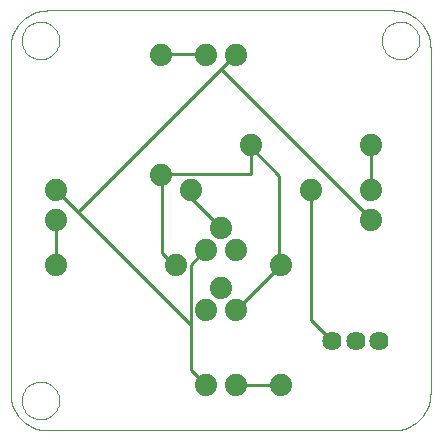
<source format=gtl>
G75*
G70*
%OFA0B0*%
%FSLAX24Y24*%
%IPPOS*%
%LPD*%
%AMOC8*
5,1,8,0,0,1.08239X$1,22.5*
%
%ADD10C,0.0000*%
%ADD11C,0.0740*%
%ADD12C,0.0640*%
%ADD13C,0.0100*%
D10*
X000555Y001180D02*
X000557Y001230D01*
X000563Y001279D01*
X000573Y001328D01*
X000586Y001375D01*
X000604Y001422D01*
X000625Y001467D01*
X000649Y001510D01*
X000677Y001551D01*
X000708Y001590D01*
X000742Y001626D01*
X000779Y001660D01*
X000819Y001690D01*
X000860Y001717D01*
X000904Y001741D01*
X000949Y001761D01*
X000996Y001777D01*
X001044Y001790D01*
X001093Y001799D01*
X001143Y001804D01*
X001192Y001805D01*
X001242Y001802D01*
X001291Y001795D01*
X001340Y001784D01*
X001387Y001770D01*
X001433Y001751D01*
X001478Y001729D01*
X001521Y001704D01*
X001561Y001675D01*
X001599Y001643D01*
X001635Y001609D01*
X001668Y001571D01*
X001697Y001531D01*
X001723Y001489D01*
X001746Y001445D01*
X001765Y001399D01*
X001781Y001352D01*
X001793Y001303D01*
X001801Y001254D01*
X001805Y001205D01*
X001805Y001155D01*
X001801Y001106D01*
X001793Y001057D01*
X001781Y001008D01*
X001765Y000961D01*
X001746Y000915D01*
X001723Y000871D01*
X001697Y000829D01*
X001668Y000789D01*
X001635Y000751D01*
X001599Y000717D01*
X001561Y000685D01*
X001521Y000656D01*
X001478Y000631D01*
X001433Y000609D01*
X001387Y000590D01*
X001340Y000576D01*
X001291Y000565D01*
X001242Y000558D01*
X001192Y000555D01*
X001143Y000556D01*
X001093Y000561D01*
X001044Y000570D01*
X000996Y000583D01*
X000949Y000599D01*
X000904Y000619D01*
X000860Y000643D01*
X000819Y000670D01*
X000779Y000700D01*
X000742Y000734D01*
X000708Y000770D01*
X000677Y000809D01*
X000649Y000850D01*
X000625Y000893D01*
X000604Y000938D01*
X000586Y000985D01*
X000573Y001032D01*
X000563Y001081D01*
X000557Y001130D01*
X000555Y001180D01*
X000180Y001430D02*
X000180Y012930D01*
X000555Y013180D02*
X000557Y013230D01*
X000563Y013279D01*
X000573Y013328D01*
X000586Y013375D01*
X000604Y013422D01*
X000625Y013467D01*
X000649Y013510D01*
X000677Y013551D01*
X000708Y013590D01*
X000742Y013626D01*
X000779Y013660D01*
X000819Y013690D01*
X000860Y013717D01*
X000904Y013741D01*
X000949Y013761D01*
X000996Y013777D01*
X001044Y013790D01*
X001093Y013799D01*
X001143Y013804D01*
X001192Y013805D01*
X001242Y013802D01*
X001291Y013795D01*
X001340Y013784D01*
X001387Y013770D01*
X001433Y013751D01*
X001478Y013729D01*
X001521Y013704D01*
X001561Y013675D01*
X001599Y013643D01*
X001635Y013609D01*
X001668Y013571D01*
X001697Y013531D01*
X001723Y013489D01*
X001746Y013445D01*
X001765Y013399D01*
X001781Y013352D01*
X001793Y013303D01*
X001801Y013254D01*
X001805Y013205D01*
X001805Y013155D01*
X001801Y013106D01*
X001793Y013057D01*
X001781Y013008D01*
X001765Y012961D01*
X001746Y012915D01*
X001723Y012871D01*
X001697Y012829D01*
X001668Y012789D01*
X001635Y012751D01*
X001599Y012717D01*
X001561Y012685D01*
X001521Y012656D01*
X001478Y012631D01*
X001433Y012609D01*
X001387Y012590D01*
X001340Y012576D01*
X001291Y012565D01*
X001242Y012558D01*
X001192Y012555D01*
X001143Y012556D01*
X001093Y012561D01*
X001044Y012570D01*
X000996Y012583D01*
X000949Y012599D01*
X000904Y012619D01*
X000860Y012643D01*
X000819Y012670D01*
X000779Y012700D01*
X000742Y012734D01*
X000708Y012770D01*
X000677Y012809D01*
X000649Y012850D01*
X000625Y012893D01*
X000604Y012938D01*
X000586Y012985D01*
X000573Y013032D01*
X000563Y013081D01*
X000557Y013130D01*
X000555Y013180D01*
X000180Y012930D02*
X000182Y012998D01*
X000187Y013065D01*
X000196Y013132D01*
X000209Y013199D01*
X000226Y013264D01*
X000245Y013329D01*
X000269Y013393D01*
X000296Y013455D01*
X000326Y013516D01*
X000359Y013574D01*
X000395Y013631D01*
X000435Y013686D01*
X000477Y013739D01*
X000523Y013790D01*
X000570Y013837D01*
X000621Y013883D01*
X000674Y013925D01*
X000729Y013965D01*
X000786Y014001D01*
X000844Y014034D01*
X000905Y014064D01*
X000967Y014091D01*
X001031Y014115D01*
X001096Y014134D01*
X001161Y014151D01*
X001228Y014164D01*
X001295Y014173D01*
X001362Y014178D01*
X001430Y014180D01*
X012930Y014180D01*
X012555Y013180D02*
X012557Y013230D01*
X012563Y013279D01*
X012573Y013328D01*
X012586Y013375D01*
X012604Y013422D01*
X012625Y013467D01*
X012649Y013510D01*
X012677Y013551D01*
X012708Y013590D01*
X012742Y013626D01*
X012779Y013660D01*
X012819Y013690D01*
X012860Y013717D01*
X012904Y013741D01*
X012949Y013761D01*
X012996Y013777D01*
X013044Y013790D01*
X013093Y013799D01*
X013143Y013804D01*
X013192Y013805D01*
X013242Y013802D01*
X013291Y013795D01*
X013340Y013784D01*
X013387Y013770D01*
X013433Y013751D01*
X013478Y013729D01*
X013521Y013704D01*
X013561Y013675D01*
X013599Y013643D01*
X013635Y013609D01*
X013668Y013571D01*
X013697Y013531D01*
X013723Y013489D01*
X013746Y013445D01*
X013765Y013399D01*
X013781Y013352D01*
X013793Y013303D01*
X013801Y013254D01*
X013805Y013205D01*
X013805Y013155D01*
X013801Y013106D01*
X013793Y013057D01*
X013781Y013008D01*
X013765Y012961D01*
X013746Y012915D01*
X013723Y012871D01*
X013697Y012829D01*
X013668Y012789D01*
X013635Y012751D01*
X013599Y012717D01*
X013561Y012685D01*
X013521Y012656D01*
X013478Y012631D01*
X013433Y012609D01*
X013387Y012590D01*
X013340Y012576D01*
X013291Y012565D01*
X013242Y012558D01*
X013192Y012555D01*
X013143Y012556D01*
X013093Y012561D01*
X013044Y012570D01*
X012996Y012583D01*
X012949Y012599D01*
X012904Y012619D01*
X012860Y012643D01*
X012819Y012670D01*
X012779Y012700D01*
X012742Y012734D01*
X012708Y012770D01*
X012677Y012809D01*
X012649Y012850D01*
X012625Y012893D01*
X012604Y012938D01*
X012586Y012985D01*
X012573Y013032D01*
X012563Y013081D01*
X012557Y013130D01*
X012555Y013180D01*
X012930Y014180D02*
X012998Y014178D01*
X013065Y014173D01*
X013132Y014164D01*
X013199Y014151D01*
X013264Y014134D01*
X013329Y014115D01*
X013393Y014091D01*
X013455Y014064D01*
X013516Y014034D01*
X013574Y014001D01*
X013631Y013965D01*
X013686Y013925D01*
X013739Y013883D01*
X013790Y013837D01*
X013837Y013790D01*
X013883Y013739D01*
X013925Y013686D01*
X013965Y013631D01*
X014001Y013574D01*
X014034Y013516D01*
X014064Y013455D01*
X014091Y013393D01*
X014115Y013329D01*
X014134Y013264D01*
X014151Y013199D01*
X014164Y013132D01*
X014173Y013065D01*
X014178Y012998D01*
X014180Y012930D01*
X014180Y001430D01*
X014178Y001362D01*
X014173Y001295D01*
X014164Y001228D01*
X014151Y001161D01*
X014134Y001096D01*
X014115Y001031D01*
X014091Y000967D01*
X014064Y000905D01*
X014034Y000844D01*
X014001Y000786D01*
X013965Y000729D01*
X013925Y000674D01*
X013883Y000621D01*
X013837Y000570D01*
X013790Y000523D01*
X013739Y000477D01*
X013686Y000435D01*
X013631Y000395D01*
X013574Y000359D01*
X013516Y000326D01*
X013455Y000296D01*
X013393Y000269D01*
X013329Y000245D01*
X013264Y000226D01*
X013199Y000209D01*
X013132Y000196D01*
X013065Y000187D01*
X012998Y000182D01*
X012930Y000180D01*
X001430Y000180D01*
X001362Y000182D01*
X001295Y000187D01*
X001228Y000196D01*
X001161Y000209D01*
X001096Y000226D01*
X001031Y000245D01*
X000967Y000269D01*
X000905Y000296D01*
X000844Y000326D01*
X000786Y000359D01*
X000729Y000395D01*
X000674Y000435D01*
X000621Y000477D01*
X000570Y000523D01*
X000523Y000570D01*
X000477Y000621D01*
X000435Y000674D01*
X000395Y000729D01*
X000359Y000786D01*
X000326Y000844D01*
X000296Y000905D01*
X000269Y000967D01*
X000245Y001031D01*
X000226Y001096D01*
X000209Y001161D01*
X000196Y001228D01*
X000187Y001295D01*
X000182Y001362D01*
X000180Y001430D01*
D11*
X001680Y005680D03*
X001680Y007180D03*
X001680Y008180D03*
X005180Y008680D03*
X006180Y008180D03*
X007180Y006930D03*
X006680Y006180D03*
X007680Y006180D03*
X007180Y004930D03*
X006680Y004180D03*
X007680Y004180D03*
X009180Y005680D03*
X010180Y008180D03*
X012180Y008180D03*
X012180Y007180D03*
X012180Y009680D03*
X008180Y009680D03*
X007680Y012680D03*
X006680Y012680D03*
X005180Y012680D03*
X005680Y005680D03*
X006680Y001680D03*
X007680Y001680D03*
X009180Y001680D03*
D12*
X010893Y003149D03*
X011680Y003149D03*
X012467Y003149D03*
D13*
X010893Y003149D02*
X010820Y003220D01*
X010180Y003860D01*
X010180Y008180D01*
X009140Y008660D02*
X009140Y005700D01*
X009180Y005680D01*
X009140Y005620D01*
X007700Y004180D01*
X007680Y004180D01*
X006180Y003700D02*
X006180Y005700D01*
X006660Y006180D01*
X006680Y006180D01*
X007180Y006930D02*
X007140Y006980D01*
X006180Y007940D01*
X006180Y008180D01*
X005220Y008660D02*
X005180Y008680D01*
X005220Y008740D01*
X008180Y008740D01*
X008180Y009620D01*
X008180Y009680D01*
X008180Y009620D02*
X009140Y008660D01*
X012180Y008180D02*
X012180Y009680D01*
X012180Y007220D02*
X012180Y007180D01*
X012180Y007220D02*
X007220Y012180D01*
X007220Y012260D01*
X007620Y012660D01*
X007680Y012680D01*
X007220Y012260D02*
X002420Y007460D01*
X001700Y008180D01*
X001680Y008180D01*
X002420Y007460D02*
X006180Y003700D01*
X006180Y002180D01*
X006680Y001680D01*
X007680Y001680D02*
X007700Y001700D01*
X009140Y001700D01*
X009180Y001680D01*
X005680Y005680D02*
X005620Y005700D01*
X005220Y006100D01*
X005220Y008660D01*
X001700Y007140D02*
X001700Y005700D01*
X001680Y005680D01*
X001700Y007140D02*
X001680Y007180D01*
X005180Y012680D02*
X005220Y012740D01*
X006660Y012740D01*
X006680Y012680D01*
M02*

</source>
